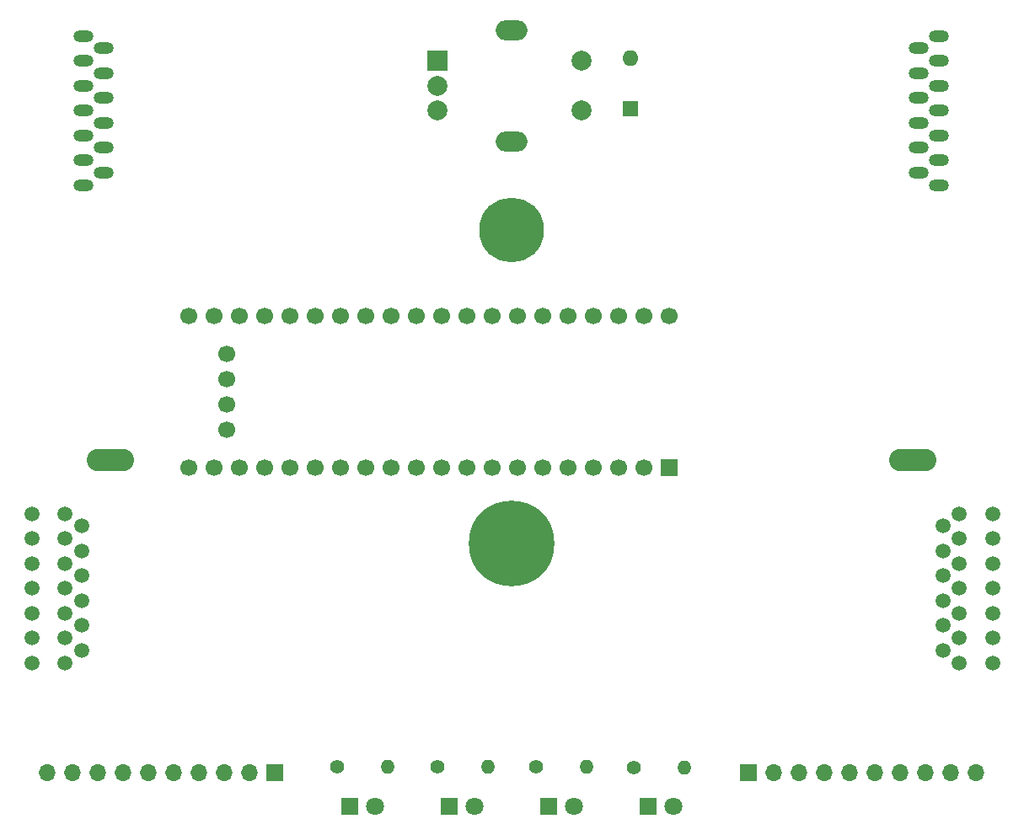
<source format=gbs>
G04 #@! TF.GenerationSoftware,KiCad,Pcbnew,(6.0.1-0)*
G04 #@! TF.CreationDate,2023-01-18T10:23:03-08:00*
G04 #@! TF.ProjectId,kicad_port,6b696361-645f-4706-9f72-742e6b696361,rev?*
G04 #@! TF.SameCoordinates,Original*
G04 #@! TF.FileFunction,Soldermask,Bot*
G04 #@! TF.FilePolarity,Negative*
%FSLAX46Y46*%
G04 Gerber Fmt 4.6, Leading zero omitted, Abs format (unit mm)*
G04 Created by KiCad (PCBNEW (6.0.1-0)) date 2023-01-18 10:23:03*
%MOMM*%
%LPD*%
G01*
G04 APERTURE LIST*
%ADD10R,1.800000X1.800000*%
%ADD11C,1.800000*%
%ADD12C,1.400000*%
%ADD13O,1.400000X1.400000*%
%ADD14O,3.200000X2.000000*%
%ADD15R,2.000000X2.000000*%
%ADD16C,2.000000*%
%ADD17R,1.600000X1.600000*%
%ADD18O,1.600000X1.600000*%
%ADD19C,8.600000*%
%ADD20O,2.000000X1.200000*%
%ADD21C,1.511200*%
%ADD22R,1.700000X1.700000*%
%ADD23O,1.700000X1.700000*%
%ADD24C,6.500000*%
%ADD25O,4.750000X2.250000*%
%ADD26C,1.700000*%
G04 APERTURE END LIST*
D10*
X133700000Y-132400000D03*
D11*
X136240000Y-132400000D03*
D10*
X143700000Y-132400000D03*
D11*
X146240000Y-132400000D03*
D10*
X153700000Y-132400000D03*
D11*
X156240000Y-132400000D03*
D10*
X163700000Y-132400000D03*
D11*
X166240000Y-132400000D03*
D12*
X132500000Y-128400000D03*
D13*
X137580000Y-128400000D03*
D12*
X142500000Y-128400000D03*
D13*
X147580000Y-128400000D03*
D12*
X152400000Y-128400000D03*
D13*
X157480000Y-128400000D03*
D12*
X162300000Y-128500000D03*
D13*
X167380000Y-128500000D03*
D14*
X150000000Y-54400000D03*
X150000000Y-65600000D03*
D15*
X142500000Y-57500000D03*
D16*
X142500000Y-62500000D03*
X142500000Y-60000000D03*
X157000000Y-62500000D03*
X157000000Y-57500000D03*
D17*
X161925000Y-62317500D03*
D18*
X161925000Y-57237500D03*
D19*
X150000000Y-106000000D03*
D20*
X192900000Y-55000000D03*
X190900000Y-56250000D03*
X192900000Y-57500000D03*
X190900000Y-58750000D03*
X192900000Y-60000000D03*
X190900000Y-61250000D03*
X192900000Y-62500000D03*
X190900000Y-63750000D03*
X192900000Y-65000000D03*
X190900000Y-66250000D03*
X192900000Y-67500000D03*
X190900000Y-68750000D03*
X192900000Y-70000000D03*
X107000000Y-70000000D03*
X109000000Y-68750000D03*
X107000000Y-67500000D03*
X109000000Y-66250000D03*
X107000000Y-65000000D03*
X109000000Y-63750000D03*
X107000000Y-62500000D03*
X109000000Y-61250000D03*
X107000000Y-60000000D03*
X109000000Y-58750000D03*
X107000000Y-57500000D03*
X109000000Y-56250000D03*
X107000000Y-55000000D03*
D21*
X194950000Y-103000000D03*
X198300000Y-103000000D03*
X193300000Y-104250000D03*
X198300000Y-105500000D03*
X194950000Y-105500000D03*
X193300000Y-106750000D03*
X198300000Y-108000000D03*
X194950000Y-108000000D03*
X193300000Y-109250000D03*
X198300000Y-110500000D03*
X194950000Y-110500000D03*
X193300000Y-111750000D03*
X194950000Y-113000000D03*
X198300000Y-113000000D03*
X193300000Y-114250000D03*
X198300000Y-115500000D03*
X194950000Y-115500000D03*
X193300000Y-116750000D03*
X198300000Y-118000000D03*
X194950000Y-118000000D03*
X101800000Y-118000000D03*
X105150000Y-118000000D03*
X106800000Y-116750000D03*
X101800000Y-115500000D03*
X105150000Y-115500000D03*
X106800000Y-114250000D03*
X105150000Y-113000000D03*
X101800000Y-113000000D03*
X106800000Y-111750000D03*
X105150000Y-110500000D03*
X101800000Y-110500000D03*
X106800000Y-109250000D03*
X105150000Y-108000000D03*
X101800000Y-108000000D03*
X106800000Y-106750000D03*
X105150000Y-105500000D03*
X101800000Y-105500000D03*
X106800000Y-104250000D03*
X105150000Y-103000000D03*
X101800000Y-103000000D03*
D22*
X173800000Y-129000000D03*
D23*
X176340000Y-129000000D03*
X178880000Y-129000000D03*
X181420000Y-129000000D03*
X183960000Y-129000000D03*
X186500000Y-129000000D03*
X189040000Y-129000000D03*
X191580000Y-129000000D03*
X194120000Y-129000000D03*
X196660000Y-129000000D03*
D22*
X126200000Y-129000000D03*
D23*
X123660000Y-129000000D03*
X121120000Y-129000000D03*
X118580000Y-129000000D03*
X116040000Y-129000000D03*
X113500000Y-129000000D03*
X110960000Y-129000000D03*
X108420000Y-129000000D03*
X105880000Y-129000000D03*
X103340000Y-129000000D03*
D24*
X150000000Y-74500000D03*
D25*
X109700000Y-97600000D03*
X190300000Y-97600000D03*
D22*
X165839000Y-98425000D03*
D26*
X163299000Y-98425000D03*
X160759000Y-98425000D03*
X158219000Y-98425000D03*
X155679000Y-98425000D03*
X153139000Y-98425000D03*
X150599000Y-98425000D03*
X148059000Y-98425000D03*
X145519000Y-98425000D03*
X142979000Y-98425000D03*
X140439000Y-98425000D03*
X137899000Y-98425000D03*
X135359000Y-98425000D03*
X132819000Y-98425000D03*
X130279000Y-98425000D03*
X127739000Y-98425000D03*
X125199000Y-98425000D03*
X122659000Y-98425000D03*
X120119000Y-98425000D03*
X117579000Y-98425000D03*
X117579000Y-83185000D03*
X120119000Y-83185000D03*
X122659000Y-83185000D03*
X125199000Y-83185000D03*
X127739000Y-83185000D03*
X130279000Y-83185000D03*
X132819000Y-83185000D03*
X135359000Y-83185000D03*
X137899000Y-83185000D03*
X140439000Y-83185000D03*
X142979000Y-83185000D03*
X145519000Y-83185000D03*
X148059000Y-83185000D03*
X150599000Y-83185000D03*
X153139000Y-83185000D03*
X155679000Y-83185000D03*
X158219000Y-83185000D03*
X160759000Y-83185000D03*
X163299000Y-83185000D03*
X165839000Y-83185000D03*
X121390000Y-86993000D03*
X121390000Y-89533000D03*
X121390000Y-92073000D03*
X121390000Y-94613000D03*
M02*

</source>
